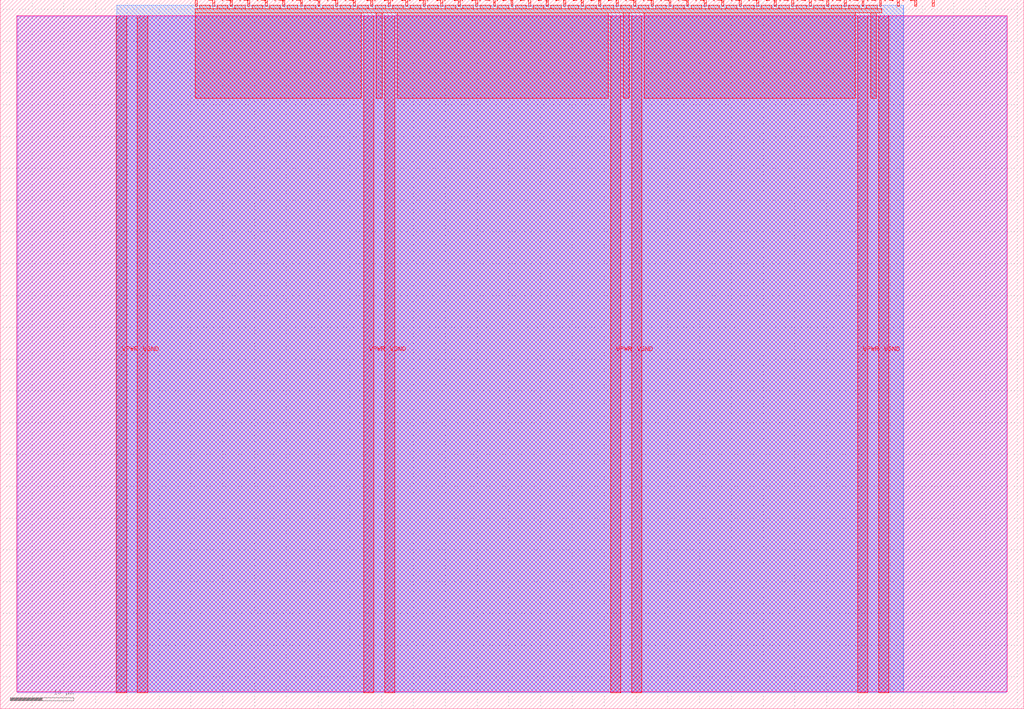
<source format=lef>
VERSION 5.7 ;
  NOWIREEXTENSIONATPIN ON ;
  DIVIDERCHAR "/" ;
  BUSBITCHARS "[]" ;
MACRO tt_um_wokwi_414120526876163073
  CLASS BLOCK ;
  FOREIGN tt_um_wokwi_414120526876163073 ;
  ORIGIN 0.000 0.000 ;
  SIZE 161.000 BY 111.520 ;
  PIN VGND
    DIRECTION INOUT ;
    USE GROUND ;
    PORT
      LAYER met4 ;
        RECT 21.580 2.480 23.180 109.040 ;
    END
    PORT
      LAYER met4 ;
        RECT 60.450 2.480 62.050 109.040 ;
    END
    PORT
      LAYER met4 ;
        RECT 99.320 2.480 100.920 109.040 ;
    END
    PORT
      LAYER met4 ;
        RECT 138.190 2.480 139.790 109.040 ;
    END
  END VGND
  PIN VPWR
    DIRECTION INOUT ;
    USE POWER ;
    PORT
      LAYER met4 ;
        RECT 18.280 2.480 19.880 109.040 ;
    END
    PORT
      LAYER met4 ;
        RECT 57.150 2.480 58.750 109.040 ;
    END
    PORT
      LAYER met4 ;
        RECT 96.020 2.480 97.620 109.040 ;
    END
    PORT
      LAYER met4 ;
        RECT 134.890 2.480 136.490 109.040 ;
    END
  END VPWR
  PIN clk
    DIRECTION INPUT ;
    USE SIGNAL ;
    PORT
      LAYER met4 ;
        RECT 143.830 110.520 144.130 111.520 ;
    END
  END clk
  PIN ena
    DIRECTION INPUT ;
    USE SIGNAL ;
    PORT
      LAYER met4 ;
        RECT 146.590 110.520 146.890 111.520 ;
    END
  END ena
  PIN rst_n
    DIRECTION INPUT ;
    USE SIGNAL ;
    PORT
      LAYER met4 ;
        RECT 141.070 110.520 141.370 111.520 ;
    END
  END rst_n
  PIN ui_in[0]
    DIRECTION INPUT ;
    USE SIGNAL ;
    ANTENNAGATEAREA 0.196500 ;
    PORT
      LAYER met4 ;
        RECT 138.310 110.520 138.610 111.520 ;
    END
  END ui_in[0]
  PIN ui_in[1]
    DIRECTION INPUT ;
    USE SIGNAL ;
    ANTENNAGATEAREA 0.196500 ;
    PORT
      LAYER met4 ;
        RECT 135.550 110.520 135.850 111.520 ;
    END
  END ui_in[1]
  PIN ui_in[2]
    DIRECTION INPUT ;
    USE SIGNAL ;
    ANTENNAGATEAREA 0.196500 ;
    PORT
      LAYER met4 ;
        RECT 132.790 110.520 133.090 111.520 ;
    END
  END ui_in[2]
  PIN ui_in[3]
    DIRECTION INPUT ;
    USE SIGNAL ;
    PORT
      LAYER met4 ;
        RECT 130.030 110.520 130.330 111.520 ;
    END
  END ui_in[3]
  PIN ui_in[4]
    DIRECTION INPUT ;
    USE SIGNAL ;
    PORT
      LAYER met4 ;
        RECT 127.270 110.520 127.570 111.520 ;
    END
  END ui_in[4]
  PIN ui_in[5]
    DIRECTION INPUT ;
    USE SIGNAL ;
    PORT
      LAYER met4 ;
        RECT 124.510 110.520 124.810 111.520 ;
    END
  END ui_in[5]
  PIN ui_in[6]
    DIRECTION INPUT ;
    USE SIGNAL ;
    PORT
      LAYER met4 ;
        RECT 121.750 110.520 122.050 111.520 ;
    END
  END ui_in[6]
  PIN ui_in[7]
    DIRECTION INPUT ;
    USE SIGNAL ;
    PORT
      LAYER met4 ;
        RECT 118.990 110.520 119.290 111.520 ;
    END
  END ui_in[7]
  PIN uio_in[0]
    DIRECTION INPUT ;
    USE SIGNAL ;
    PORT
      LAYER met4 ;
        RECT 116.230 110.520 116.530 111.520 ;
    END
  END uio_in[0]
  PIN uio_in[1]
    DIRECTION INPUT ;
    USE SIGNAL ;
    PORT
      LAYER met4 ;
        RECT 113.470 110.520 113.770 111.520 ;
    END
  END uio_in[1]
  PIN uio_in[2]
    DIRECTION INPUT ;
    USE SIGNAL ;
    PORT
      LAYER met4 ;
        RECT 110.710 110.520 111.010 111.520 ;
    END
  END uio_in[2]
  PIN uio_in[3]
    DIRECTION INPUT ;
    USE SIGNAL ;
    PORT
      LAYER met4 ;
        RECT 107.950 110.520 108.250 111.520 ;
    END
  END uio_in[3]
  PIN uio_in[4]
    DIRECTION INPUT ;
    USE SIGNAL ;
    PORT
      LAYER met4 ;
        RECT 105.190 110.520 105.490 111.520 ;
    END
  END uio_in[4]
  PIN uio_in[5]
    DIRECTION INPUT ;
    USE SIGNAL ;
    PORT
      LAYER met4 ;
        RECT 102.430 110.520 102.730 111.520 ;
    END
  END uio_in[5]
  PIN uio_in[6]
    DIRECTION INPUT ;
    USE SIGNAL ;
    PORT
      LAYER met4 ;
        RECT 99.670 110.520 99.970 111.520 ;
    END
  END uio_in[6]
  PIN uio_in[7]
    DIRECTION INPUT ;
    USE SIGNAL ;
    PORT
      LAYER met4 ;
        RECT 96.910 110.520 97.210 111.520 ;
    END
  END uio_in[7]
  PIN uio_oe[0]
    DIRECTION OUTPUT ;
    USE SIGNAL ;
    PORT
      LAYER met4 ;
        RECT 49.990 110.520 50.290 111.520 ;
    END
  END uio_oe[0]
  PIN uio_oe[1]
    DIRECTION OUTPUT ;
    USE SIGNAL ;
    PORT
      LAYER met4 ;
        RECT 47.230 110.520 47.530 111.520 ;
    END
  END uio_oe[1]
  PIN uio_oe[2]
    DIRECTION OUTPUT ;
    USE SIGNAL ;
    PORT
      LAYER met4 ;
        RECT 44.470 110.520 44.770 111.520 ;
    END
  END uio_oe[2]
  PIN uio_oe[3]
    DIRECTION OUTPUT ;
    USE SIGNAL ;
    PORT
      LAYER met4 ;
        RECT 41.710 110.520 42.010 111.520 ;
    END
  END uio_oe[3]
  PIN uio_oe[4]
    DIRECTION OUTPUT ;
    USE SIGNAL ;
    PORT
      LAYER met4 ;
        RECT 38.950 110.520 39.250 111.520 ;
    END
  END uio_oe[4]
  PIN uio_oe[5]
    DIRECTION OUTPUT ;
    USE SIGNAL ;
    PORT
      LAYER met4 ;
        RECT 36.190 110.520 36.490 111.520 ;
    END
  END uio_oe[5]
  PIN uio_oe[6]
    DIRECTION OUTPUT ;
    USE SIGNAL ;
    PORT
      LAYER met4 ;
        RECT 33.430 110.520 33.730 111.520 ;
    END
  END uio_oe[6]
  PIN uio_oe[7]
    DIRECTION OUTPUT ;
    USE SIGNAL ;
    PORT
      LAYER met4 ;
        RECT 30.670 110.520 30.970 111.520 ;
    END
  END uio_oe[7]
  PIN uio_out[0]
    DIRECTION OUTPUT ;
    USE SIGNAL ;
    PORT
      LAYER met4 ;
        RECT 72.070 110.520 72.370 111.520 ;
    END
  END uio_out[0]
  PIN uio_out[1]
    DIRECTION OUTPUT ;
    USE SIGNAL ;
    PORT
      LAYER met4 ;
        RECT 69.310 110.520 69.610 111.520 ;
    END
  END uio_out[1]
  PIN uio_out[2]
    DIRECTION OUTPUT ;
    USE SIGNAL ;
    PORT
      LAYER met4 ;
        RECT 66.550 110.520 66.850 111.520 ;
    END
  END uio_out[2]
  PIN uio_out[3]
    DIRECTION OUTPUT ;
    USE SIGNAL ;
    PORT
      LAYER met4 ;
        RECT 63.790 110.520 64.090 111.520 ;
    END
  END uio_out[3]
  PIN uio_out[4]
    DIRECTION OUTPUT ;
    USE SIGNAL ;
    PORT
      LAYER met4 ;
        RECT 61.030 110.520 61.330 111.520 ;
    END
  END uio_out[4]
  PIN uio_out[5]
    DIRECTION OUTPUT ;
    USE SIGNAL ;
    PORT
      LAYER met4 ;
        RECT 58.270 110.520 58.570 111.520 ;
    END
  END uio_out[5]
  PIN uio_out[6]
    DIRECTION OUTPUT ;
    USE SIGNAL ;
    PORT
      LAYER met4 ;
        RECT 55.510 110.520 55.810 111.520 ;
    END
  END uio_out[6]
  PIN uio_out[7]
    DIRECTION OUTPUT ;
    USE SIGNAL ;
    PORT
      LAYER met4 ;
        RECT 52.750 110.520 53.050 111.520 ;
    END
  END uio_out[7]
  PIN uo_out[0]
    DIRECTION OUTPUT ;
    USE SIGNAL ;
    ANTENNADIFFAREA 0.795200 ;
    PORT
      LAYER met4 ;
        RECT 94.150 110.520 94.450 111.520 ;
    END
  END uo_out[0]
  PIN uo_out[1]
    DIRECTION OUTPUT ;
    USE SIGNAL ;
    PORT
      LAYER met4 ;
        RECT 91.390 110.520 91.690 111.520 ;
    END
  END uo_out[1]
  PIN uo_out[2]
    DIRECTION OUTPUT ;
    USE SIGNAL ;
    PORT
      LAYER met4 ;
        RECT 88.630 110.520 88.930 111.520 ;
    END
  END uo_out[2]
  PIN uo_out[3]
    DIRECTION OUTPUT ;
    USE SIGNAL ;
    PORT
      LAYER met4 ;
        RECT 85.870 110.520 86.170 111.520 ;
    END
  END uo_out[3]
  PIN uo_out[4]
    DIRECTION OUTPUT ;
    USE SIGNAL ;
    PORT
      LAYER met4 ;
        RECT 83.110 110.520 83.410 111.520 ;
    END
  END uo_out[4]
  PIN uo_out[5]
    DIRECTION OUTPUT ;
    USE SIGNAL ;
    PORT
      LAYER met4 ;
        RECT 80.350 110.520 80.650 111.520 ;
    END
  END uo_out[5]
  PIN uo_out[6]
    DIRECTION OUTPUT ;
    USE SIGNAL ;
    PORT
      LAYER met4 ;
        RECT 77.590 110.520 77.890 111.520 ;
    END
  END uo_out[6]
  PIN uo_out[7]
    DIRECTION OUTPUT ;
    USE SIGNAL ;
    PORT
      LAYER met4 ;
        RECT 74.830 110.520 75.130 111.520 ;
    END
  END uo_out[7]
  OBS
      LAYER nwell ;
        RECT 2.570 2.635 158.430 108.990 ;
      LAYER li1 ;
        RECT 2.760 2.635 158.240 108.885 ;
      LAYER met1 ;
        RECT 2.760 2.480 158.240 109.040 ;
      LAYER met2 ;
        RECT 18.310 2.535 142.050 110.685 ;
      LAYER met3 ;
        RECT 18.290 2.555 142.075 110.665 ;
      LAYER met4 ;
        RECT 31.370 110.120 33.030 110.665 ;
        RECT 34.130 110.120 35.790 110.665 ;
        RECT 36.890 110.120 38.550 110.665 ;
        RECT 39.650 110.120 41.310 110.665 ;
        RECT 42.410 110.120 44.070 110.665 ;
        RECT 45.170 110.120 46.830 110.665 ;
        RECT 47.930 110.120 49.590 110.665 ;
        RECT 50.690 110.120 52.350 110.665 ;
        RECT 53.450 110.120 55.110 110.665 ;
        RECT 56.210 110.120 57.870 110.665 ;
        RECT 58.970 110.120 60.630 110.665 ;
        RECT 61.730 110.120 63.390 110.665 ;
        RECT 64.490 110.120 66.150 110.665 ;
        RECT 67.250 110.120 68.910 110.665 ;
        RECT 70.010 110.120 71.670 110.665 ;
        RECT 72.770 110.120 74.430 110.665 ;
        RECT 75.530 110.120 77.190 110.665 ;
        RECT 78.290 110.120 79.950 110.665 ;
        RECT 81.050 110.120 82.710 110.665 ;
        RECT 83.810 110.120 85.470 110.665 ;
        RECT 86.570 110.120 88.230 110.665 ;
        RECT 89.330 110.120 90.990 110.665 ;
        RECT 92.090 110.120 93.750 110.665 ;
        RECT 94.850 110.120 96.510 110.665 ;
        RECT 97.610 110.120 99.270 110.665 ;
        RECT 100.370 110.120 102.030 110.665 ;
        RECT 103.130 110.120 104.790 110.665 ;
        RECT 105.890 110.120 107.550 110.665 ;
        RECT 108.650 110.120 110.310 110.665 ;
        RECT 111.410 110.120 113.070 110.665 ;
        RECT 114.170 110.120 115.830 110.665 ;
        RECT 116.930 110.120 118.590 110.665 ;
        RECT 119.690 110.120 121.350 110.665 ;
        RECT 122.450 110.120 124.110 110.665 ;
        RECT 125.210 110.120 126.870 110.665 ;
        RECT 127.970 110.120 129.630 110.665 ;
        RECT 130.730 110.120 132.390 110.665 ;
        RECT 133.490 110.120 135.150 110.665 ;
        RECT 136.250 110.120 137.910 110.665 ;
        RECT 30.655 109.440 138.625 110.120 ;
        RECT 30.655 96.055 56.750 109.440 ;
        RECT 59.150 96.055 60.050 109.440 ;
        RECT 62.450 96.055 95.620 109.440 ;
        RECT 98.020 96.055 98.920 109.440 ;
        RECT 101.320 96.055 134.490 109.440 ;
        RECT 136.890 96.055 137.790 109.440 ;
  END
END tt_um_wokwi_414120526876163073
END LIBRARY


</source>
